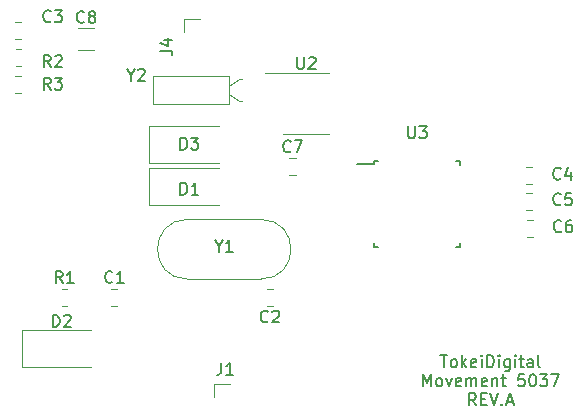
<source format=gbr>
%TF.GenerationSoftware,KiCad,Pcbnew,7.0.7*%
%TF.CreationDate,2024-12-30T17:22:27+01:00*%
%TF.ProjectId,Movement5037,4d6f7665-6d65-46e7-9435-3033372e6b69,rev?*%
%TF.SameCoordinates,Original*%
%TF.FileFunction,Legend,Top*%
%TF.FilePolarity,Positive*%
%FSLAX46Y46*%
G04 Gerber Fmt 4.6, Leading zero omitted, Abs format (unit mm)*
G04 Created by KiCad (PCBNEW 7.0.7) date 2024-12-30 17:22:27*
%MOMM*%
%LPD*%
G01*
G04 APERTURE LIST*
%ADD10C,0.150000*%
%ADD11C,0.120000*%
G04 APERTURE END LIST*
D10*
X105235905Y-92804819D02*
X105807333Y-92804819D01*
X105521619Y-93804819D02*
X105521619Y-92804819D01*
X106283524Y-93804819D02*
X106188286Y-93757200D01*
X106188286Y-93757200D02*
X106140667Y-93709580D01*
X106140667Y-93709580D02*
X106093048Y-93614342D01*
X106093048Y-93614342D02*
X106093048Y-93328628D01*
X106093048Y-93328628D02*
X106140667Y-93233390D01*
X106140667Y-93233390D02*
X106188286Y-93185771D01*
X106188286Y-93185771D02*
X106283524Y-93138152D01*
X106283524Y-93138152D02*
X106426381Y-93138152D01*
X106426381Y-93138152D02*
X106521619Y-93185771D01*
X106521619Y-93185771D02*
X106569238Y-93233390D01*
X106569238Y-93233390D02*
X106616857Y-93328628D01*
X106616857Y-93328628D02*
X106616857Y-93614342D01*
X106616857Y-93614342D02*
X106569238Y-93709580D01*
X106569238Y-93709580D02*
X106521619Y-93757200D01*
X106521619Y-93757200D02*
X106426381Y-93804819D01*
X106426381Y-93804819D02*
X106283524Y-93804819D01*
X107045429Y-93804819D02*
X107045429Y-92804819D01*
X107140667Y-93423866D02*
X107426381Y-93804819D01*
X107426381Y-93138152D02*
X107045429Y-93519104D01*
X108235905Y-93757200D02*
X108140667Y-93804819D01*
X108140667Y-93804819D02*
X107950191Y-93804819D01*
X107950191Y-93804819D02*
X107854953Y-93757200D01*
X107854953Y-93757200D02*
X107807334Y-93661961D01*
X107807334Y-93661961D02*
X107807334Y-93281009D01*
X107807334Y-93281009D02*
X107854953Y-93185771D01*
X107854953Y-93185771D02*
X107950191Y-93138152D01*
X107950191Y-93138152D02*
X108140667Y-93138152D01*
X108140667Y-93138152D02*
X108235905Y-93185771D01*
X108235905Y-93185771D02*
X108283524Y-93281009D01*
X108283524Y-93281009D02*
X108283524Y-93376247D01*
X108283524Y-93376247D02*
X107807334Y-93471485D01*
X108712096Y-93804819D02*
X108712096Y-93138152D01*
X108712096Y-92804819D02*
X108664477Y-92852438D01*
X108664477Y-92852438D02*
X108712096Y-92900057D01*
X108712096Y-92900057D02*
X108759715Y-92852438D01*
X108759715Y-92852438D02*
X108712096Y-92804819D01*
X108712096Y-92804819D02*
X108712096Y-92900057D01*
X109188286Y-93804819D02*
X109188286Y-92804819D01*
X109188286Y-92804819D02*
X109426381Y-92804819D01*
X109426381Y-92804819D02*
X109569238Y-92852438D01*
X109569238Y-92852438D02*
X109664476Y-92947676D01*
X109664476Y-92947676D02*
X109712095Y-93042914D01*
X109712095Y-93042914D02*
X109759714Y-93233390D01*
X109759714Y-93233390D02*
X109759714Y-93376247D01*
X109759714Y-93376247D02*
X109712095Y-93566723D01*
X109712095Y-93566723D02*
X109664476Y-93661961D01*
X109664476Y-93661961D02*
X109569238Y-93757200D01*
X109569238Y-93757200D02*
X109426381Y-93804819D01*
X109426381Y-93804819D02*
X109188286Y-93804819D01*
X110188286Y-93804819D02*
X110188286Y-93138152D01*
X110188286Y-92804819D02*
X110140667Y-92852438D01*
X110140667Y-92852438D02*
X110188286Y-92900057D01*
X110188286Y-92900057D02*
X110235905Y-92852438D01*
X110235905Y-92852438D02*
X110188286Y-92804819D01*
X110188286Y-92804819D02*
X110188286Y-92900057D01*
X111093047Y-93138152D02*
X111093047Y-93947676D01*
X111093047Y-93947676D02*
X111045428Y-94042914D01*
X111045428Y-94042914D02*
X110997809Y-94090533D01*
X110997809Y-94090533D02*
X110902571Y-94138152D01*
X110902571Y-94138152D02*
X110759714Y-94138152D01*
X110759714Y-94138152D02*
X110664476Y-94090533D01*
X111093047Y-93757200D02*
X110997809Y-93804819D01*
X110997809Y-93804819D02*
X110807333Y-93804819D01*
X110807333Y-93804819D02*
X110712095Y-93757200D01*
X110712095Y-93757200D02*
X110664476Y-93709580D01*
X110664476Y-93709580D02*
X110616857Y-93614342D01*
X110616857Y-93614342D02*
X110616857Y-93328628D01*
X110616857Y-93328628D02*
X110664476Y-93233390D01*
X110664476Y-93233390D02*
X110712095Y-93185771D01*
X110712095Y-93185771D02*
X110807333Y-93138152D01*
X110807333Y-93138152D02*
X110997809Y-93138152D01*
X110997809Y-93138152D02*
X111093047Y-93185771D01*
X111569238Y-93804819D02*
X111569238Y-93138152D01*
X111569238Y-92804819D02*
X111521619Y-92852438D01*
X111521619Y-92852438D02*
X111569238Y-92900057D01*
X111569238Y-92900057D02*
X111616857Y-92852438D01*
X111616857Y-92852438D02*
X111569238Y-92804819D01*
X111569238Y-92804819D02*
X111569238Y-92900057D01*
X111902571Y-93138152D02*
X112283523Y-93138152D01*
X112045428Y-92804819D02*
X112045428Y-93661961D01*
X112045428Y-93661961D02*
X112093047Y-93757200D01*
X112093047Y-93757200D02*
X112188285Y-93804819D01*
X112188285Y-93804819D02*
X112283523Y-93804819D01*
X113045428Y-93804819D02*
X113045428Y-93281009D01*
X113045428Y-93281009D02*
X112997809Y-93185771D01*
X112997809Y-93185771D02*
X112902571Y-93138152D01*
X112902571Y-93138152D02*
X112712095Y-93138152D01*
X112712095Y-93138152D02*
X112616857Y-93185771D01*
X113045428Y-93757200D02*
X112950190Y-93804819D01*
X112950190Y-93804819D02*
X112712095Y-93804819D01*
X112712095Y-93804819D02*
X112616857Y-93757200D01*
X112616857Y-93757200D02*
X112569238Y-93661961D01*
X112569238Y-93661961D02*
X112569238Y-93566723D01*
X112569238Y-93566723D02*
X112616857Y-93471485D01*
X112616857Y-93471485D02*
X112712095Y-93423866D01*
X112712095Y-93423866D02*
X112950190Y-93423866D01*
X112950190Y-93423866D02*
X113045428Y-93376247D01*
X113664476Y-93804819D02*
X113569238Y-93757200D01*
X113569238Y-93757200D02*
X113521619Y-93661961D01*
X113521619Y-93661961D02*
X113521619Y-92804819D01*
X103759714Y-95414819D02*
X103759714Y-94414819D01*
X103759714Y-94414819D02*
X104093047Y-95129104D01*
X104093047Y-95129104D02*
X104426380Y-94414819D01*
X104426380Y-94414819D02*
X104426380Y-95414819D01*
X105045428Y-95414819D02*
X104950190Y-95367200D01*
X104950190Y-95367200D02*
X104902571Y-95319580D01*
X104902571Y-95319580D02*
X104854952Y-95224342D01*
X104854952Y-95224342D02*
X104854952Y-94938628D01*
X104854952Y-94938628D02*
X104902571Y-94843390D01*
X104902571Y-94843390D02*
X104950190Y-94795771D01*
X104950190Y-94795771D02*
X105045428Y-94748152D01*
X105045428Y-94748152D02*
X105188285Y-94748152D01*
X105188285Y-94748152D02*
X105283523Y-94795771D01*
X105283523Y-94795771D02*
X105331142Y-94843390D01*
X105331142Y-94843390D02*
X105378761Y-94938628D01*
X105378761Y-94938628D02*
X105378761Y-95224342D01*
X105378761Y-95224342D02*
X105331142Y-95319580D01*
X105331142Y-95319580D02*
X105283523Y-95367200D01*
X105283523Y-95367200D02*
X105188285Y-95414819D01*
X105188285Y-95414819D02*
X105045428Y-95414819D01*
X105712095Y-94748152D02*
X105950190Y-95414819D01*
X105950190Y-95414819D02*
X106188285Y-94748152D01*
X106950190Y-95367200D02*
X106854952Y-95414819D01*
X106854952Y-95414819D02*
X106664476Y-95414819D01*
X106664476Y-95414819D02*
X106569238Y-95367200D01*
X106569238Y-95367200D02*
X106521619Y-95271961D01*
X106521619Y-95271961D02*
X106521619Y-94891009D01*
X106521619Y-94891009D02*
X106569238Y-94795771D01*
X106569238Y-94795771D02*
X106664476Y-94748152D01*
X106664476Y-94748152D02*
X106854952Y-94748152D01*
X106854952Y-94748152D02*
X106950190Y-94795771D01*
X106950190Y-94795771D02*
X106997809Y-94891009D01*
X106997809Y-94891009D02*
X106997809Y-94986247D01*
X106997809Y-94986247D02*
X106521619Y-95081485D01*
X107426381Y-95414819D02*
X107426381Y-94748152D01*
X107426381Y-94843390D02*
X107474000Y-94795771D01*
X107474000Y-94795771D02*
X107569238Y-94748152D01*
X107569238Y-94748152D02*
X107712095Y-94748152D01*
X107712095Y-94748152D02*
X107807333Y-94795771D01*
X107807333Y-94795771D02*
X107854952Y-94891009D01*
X107854952Y-94891009D02*
X107854952Y-95414819D01*
X107854952Y-94891009D02*
X107902571Y-94795771D01*
X107902571Y-94795771D02*
X107997809Y-94748152D01*
X107997809Y-94748152D02*
X108140666Y-94748152D01*
X108140666Y-94748152D02*
X108235905Y-94795771D01*
X108235905Y-94795771D02*
X108283524Y-94891009D01*
X108283524Y-94891009D02*
X108283524Y-95414819D01*
X109140666Y-95367200D02*
X109045428Y-95414819D01*
X109045428Y-95414819D02*
X108854952Y-95414819D01*
X108854952Y-95414819D02*
X108759714Y-95367200D01*
X108759714Y-95367200D02*
X108712095Y-95271961D01*
X108712095Y-95271961D02*
X108712095Y-94891009D01*
X108712095Y-94891009D02*
X108759714Y-94795771D01*
X108759714Y-94795771D02*
X108854952Y-94748152D01*
X108854952Y-94748152D02*
X109045428Y-94748152D01*
X109045428Y-94748152D02*
X109140666Y-94795771D01*
X109140666Y-94795771D02*
X109188285Y-94891009D01*
X109188285Y-94891009D02*
X109188285Y-94986247D01*
X109188285Y-94986247D02*
X108712095Y-95081485D01*
X109616857Y-94748152D02*
X109616857Y-95414819D01*
X109616857Y-94843390D02*
X109664476Y-94795771D01*
X109664476Y-94795771D02*
X109759714Y-94748152D01*
X109759714Y-94748152D02*
X109902571Y-94748152D01*
X109902571Y-94748152D02*
X109997809Y-94795771D01*
X109997809Y-94795771D02*
X110045428Y-94891009D01*
X110045428Y-94891009D02*
X110045428Y-95414819D01*
X110378762Y-94748152D02*
X110759714Y-94748152D01*
X110521619Y-94414819D02*
X110521619Y-95271961D01*
X110521619Y-95271961D02*
X110569238Y-95367200D01*
X110569238Y-95367200D02*
X110664476Y-95414819D01*
X110664476Y-95414819D02*
X110759714Y-95414819D01*
X112331143Y-94414819D02*
X111854953Y-94414819D01*
X111854953Y-94414819D02*
X111807334Y-94891009D01*
X111807334Y-94891009D02*
X111854953Y-94843390D01*
X111854953Y-94843390D02*
X111950191Y-94795771D01*
X111950191Y-94795771D02*
X112188286Y-94795771D01*
X112188286Y-94795771D02*
X112283524Y-94843390D01*
X112283524Y-94843390D02*
X112331143Y-94891009D01*
X112331143Y-94891009D02*
X112378762Y-94986247D01*
X112378762Y-94986247D02*
X112378762Y-95224342D01*
X112378762Y-95224342D02*
X112331143Y-95319580D01*
X112331143Y-95319580D02*
X112283524Y-95367200D01*
X112283524Y-95367200D02*
X112188286Y-95414819D01*
X112188286Y-95414819D02*
X111950191Y-95414819D01*
X111950191Y-95414819D02*
X111854953Y-95367200D01*
X111854953Y-95367200D02*
X111807334Y-95319580D01*
X112997810Y-94414819D02*
X113093048Y-94414819D01*
X113093048Y-94414819D02*
X113188286Y-94462438D01*
X113188286Y-94462438D02*
X113235905Y-94510057D01*
X113235905Y-94510057D02*
X113283524Y-94605295D01*
X113283524Y-94605295D02*
X113331143Y-94795771D01*
X113331143Y-94795771D02*
X113331143Y-95033866D01*
X113331143Y-95033866D02*
X113283524Y-95224342D01*
X113283524Y-95224342D02*
X113235905Y-95319580D01*
X113235905Y-95319580D02*
X113188286Y-95367200D01*
X113188286Y-95367200D02*
X113093048Y-95414819D01*
X113093048Y-95414819D02*
X112997810Y-95414819D01*
X112997810Y-95414819D02*
X112902572Y-95367200D01*
X112902572Y-95367200D02*
X112854953Y-95319580D01*
X112854953Y-95319580D02*
X112807334Y-95224342D01*
X112807334Y-95224342D02*
X112759715Y-95033866D01*
X112759715Y-95033866D02*
X112759715Y-94795771D01*
X112759715Y-94795771D02*
X112807334Y-94605295D01*
X112807334Y-94605295D02*
X112854953Y-94510057D01*
X112854953Y-94510057D02*
X112902572Y-94462438D01*
X112902572Y-94462438D02*
X112997810Y-94414819D01*
X113664477Y-94414819D02*
X114283524Y-94414819D01*
X114283524Y-94414819D02*
X113950191Y-94795771D01*
X113950191Y-94795771D02*
X114093048Y-94795771D01*
X114093048Y-94795771D02*
X114188286Y-94843390D01*
X114188286Y-94843390D02*
X114235905Y-94891009D01*
X114235905Y-94891009D02*
X114283524Y-94986247D01*
X114283524Y-94986247D02*
X114283524Y-95224342D01*
X114283524Y-95224342D02*
X114235905Y-95319580D01*
X114235905Y-95319580D02*
X114188286Y-95367200D01*
X114188286Y-95367200D02*
X114093048Y-95414819D01*
X114093048Y-95414819D02*
X113807334Y-95414819D01*
X113807334Y-95414819D02*
X113712096Y-95367200D01*
X113712096Y-95367200D02*
X113664477Y-95319580D01*
X114616858Y-94414819D02*
X115283524Y-94414819D01*
X115283524Y-94414819D02*
X114854953Y-95414819D01*
X108235904Y-97024819D02*
X107902571Y-96548628D01*
X107664476Y-97024819D02*
X107664476Y-96024819D01*
X107664476Y-96024819D02*
X108045428Y-96024819D01*
X108045428Y-96024819D02*
X108140666Y-96072438D01*
X108140666Y-96072438D02*
X108188285Y-96120057D01*
X108188285Y-96120057D02*
X108235904Y-96215295D01*
X108235904Y-96215295D02*
X108235904Y-96358152D01*
X108235904Y-96358152D02*
X108188285Y-96453390D01*
X108188285Y-96453390D02*
X108140666Y-96501009D01*
X108140666Y-96501009D02*
X108045428Y-96548628D01*
X108045428Y-96548628D02*
X107664476Y-96548628D01*
X108664476Y-96501009D02*
X108997809Y-96501009D01*
X109140666Y-97024819D02*
X108664476Y-97024819D01*
X108664476Y-97024819D02*
X108664476Y-96024819D01*
X108664476Y-96024819D02*
X109140666Y-96024819D01*
X109426381Y-96024819D02*
X109759714Y-97024819D01*
X109759714Y-97024819D02*
X110093047Y-96024819D01*
X110426381Y-96929580D02*
X110474000Y-96977200D01*
X110474000Y-96977200D02*
X110426381Y-97024819D01*
X110426381Y-97024819D02*
X110378762Y-96977200D01*
X110378762Y-96977200D02*
X110426381Y-96929580D01*
X110426381Y-96929580D02*
X110426381Y-97024819D01*
X110854952Y-96739104D02*
X111331142Y-96739104D01*
X110759714Y-97024819D02*
X111093047Y-96024819D01*
X111093047Y-96024819D02*
X111426380Y-97024819D01*
X83208905Y-75384819D02*
X83208905Y-74384819D01*
X83208905Y-74384819D02*
X83447000Y-74384819D01*
X83447000Y-74384819D02*
X83589857Y-74432438D01*
X83589857Y-74432438D02*
X83685095Y-74527676D01*
X83685095Y-74527676D02*
X83732714Y-74622914D01*
X83732714Y-74622914D02*
X83780333Y-74813390D01*
X83780333Y-74813390D02*
X83780333Y-74956247D01*
X83780333Y-74956247D02*
X83732714Y-75146723D01*
X83732714Y-75146723D02*
X83685095Y-75241961D01*
X83685095Y-75241961D02*
X83589857Y-75337200D01*
X83589857Y-75337200D02*
X83447000Y-75384819D01*
X83447000Y-75384819D02*
X83208905Y-75384819D01*
X84113667Y-74384819D02*
X84732714Y-74384819D01*
X84732714Y-74384819D02*
X84399381Y-74765771D01*
X84399381Y-74765771D02*
X84542238Y-74765771D01*
X84542238Y-74765771D02*
X84637476Y-74813390D01*
X84637476Y-74813390D02*
X84685095Y-74861009D01*
X84685095Y-74861009D02*
X84732714Y-74956247D01*
X84732714Y-74956247D02*
X84732714Y-75194342D01*
X84732714Y-75194342D02*
X84685095Y-75289580D01*
X84685095Y-75289580D02*
X84637476Y-75337200D01*
X84637476Y-75337200D02*
X84542238Y-75384819D01*
X84542238Y-75384819D02*
X84256524Y-75384819D01*
X84256524Y-75384819D02*
X84161286Y-75337200D01*
X84161286Y-75337200D02*
X84113667Y-75289580D01*
X86661666Y-93434819D02*
X86661666Y-94149104D01*
X86661666Y-94149104D02*
X86614047Y-94291961D01*
X86614047Y-94291961D02*
X86518809Y-94387200D01*
X86518809Y-94387200D02*
X86375952Y-94434819D01*
X86375952Y-94434819D02*
X86280714Y-94434819D01*
X87661666Y-94434819D02*
X87090238Y-94434819D01*
X87375952Y-94434819D02*
X87375952Y-93434819D01*
X87375952Y-93434819D02*
X87280714Y-93577676D01*
X87280714Y-93577676D02*
X87185476Y-93672914D01*
X87185476Y-93672914D02*
X87090238Y-93720533D01*
X75055833Y-64549580D02*
X75008214Y-64597200D01*
X75008214Y-64597200D02*
X74865357Y-64644819D01*
X74865357Y-64644819D02*
X74770119Y-64644819D01*
X74770119Y-64644819D02*
X74627262Y-64597200D01*
X74627262Y-64597200D02*
X74532024Y-64501961D01*
X74532024Y-64501961D02*
X74484405Y-64406723D01*
X74484405Y-64406723D02*
X74436786Y-64216247D01*
X74436786Y-64216247D02*
X74436786Y-64073390D01*
X74436786Y-64073390D02*
X74484405Y-63882914D01*
X74484405Y-63882914D02*
X74532024Y-63787676D01*
X74532024Y-63787676D02*
X74627262Y-63692438D01*
X74627262Y-63692438D02*
X74770119Y-63644819D01*
X74770119Y-63644819D02*
X74865357Y-63644819D01*
X74865357Y-63644819D02*
X75008214Y-63692438D01*
X75008214Y-63692438D02*
X75055833Y-63740057D01*
X75627262Y-64073390D02*
X75532024Y-64025771D01*
X75532024Y-64025771D02*
X75484405Y-63978152D01*
X75484405Y-63978152D02*
X75436786Y-63882914D01*
X75436786Y-63882914D02*
X75436786Y-63835295D01*
X75436786Y-63835295D02*
X75484405Y-63740057D01*
X75484405Y-63740057D02*
X75532024Y-63692438D01*
X75532024Y-63692438D02*
X75627262Y-63644819D01*
X75627262Y-63644819D02*
X75817738Y-63644819D01*
X75817738Y-63644819D02*
X75912976Y-63692438D01*
X75912976Y-63692438D02*
X75960595Y-63740057D01*
X75960595Y-63740057D02*
X76008214Y-63835295D01*
X76008214Y-63835295D02*
X76008214Y-63882914D01*
X76008214Y-63882914D02*
X75960595Y-63978152D01*
X75960595Y-63978152D02*
X75912976Y-64025771D01*
X75912976Y-64025771D02*
X75817738Y-64073390D01*
X75817738Y-64073390D02*
X75627262Y-64073390D01*
X75627262Y-64073390D02*
X75532024Y-64121009D01*
X75532024Y-64121009D02*
X75484405Y-64168628D01*
X75484405Y-64168628D02*
X75436786Y-64263866D01*
X75436786Y-64263866D02*
X75436786Y-64454342D01*
X75436786Y-64454342D02*
X75484405Y-64549580D01*
X75484405Y-64549580D02*
X75532024Y-64597200D01*
X75532024Y-64597200D02*
X75627262Y-64644819D01*
X75627262Y-64644819D02*
X75817738Y-64644819D01*
X75817738Y-64644819D02*
X75912976Y-64597200D01*
X75912976Y-64597200D02*
X75960595Y-64549580D01*
X75960595Y-64549580D02*
X76008214Y-64454342D01*
X76008214Y-64454342D02*
X76008214Y-64263866D01*
X76008214Y-64263866D02*
X75960595Y-64168628D01*
X75960595Y-64168628D02*
X75912976Y-64121009D01*
X75912976Y-64121009D02*
X75817738Y-64073390D01*
X79025809Y-69066628D02*
X79025809Y-69542819D01*
X78692476Y-68542819D02*
X79025809Y-69066628D01*
X79025809Y-69066628D02*
X79359142Y-68542819D01*
X79644857Y-68638057D02*
X79692476Y-68590438D01*
X79692476Y-68590438D02*
X79787714Y-68542819D01*
X79787714Y-68542819D02*
X80025809Y-68542819D01*
X80025809Y-68542819D02*
X80121047Y-68590438D01*
X80121047Y-68590438D02*
X80168666Y-68638057D01*
X80168666Y-68638057D02*
X80216285Y-68733295D01*
X80216285Y-68733295D02*
X80216285Y-68828533D01*
X80216285Y-68828533D02*
X80168666Y-68971390D01*
X80168666Y-68971390D02*
X79597238Y-69542819D01*
X79597238Y-69542819D02*
X80216285Y-69542819D01*
X90616833Y-89923580D02*
X90569214Y-89971200D01*
X90569214Y-89971200D02*
X90426357Y-90018819D01*
X90426357Y-90018819D02*
X90331119Y-90018819D01*
X90331119Y-90018819D02*
X90188262Y-89971200D01*
X90188262Y-89971200D02*
X90093024Y-89875961D01*
X90093024Y-89875961D02*
X90045405Y-89780723D01*
X90045405Y-89780723D02*
X89997786Y-89590247D01*
X89997786Y-89590247D02*
X89997786Y-89447390D01*
X89997786Y-89447390D02*
X90045405Y-89256914D01*
X90045405Y-89256914D02*
X90093024Y-89161676D01*
X90093024Y-89161676D02*
X90188262Y-89066438D01*
X90188262Y-89066438D02*
X90331119Y-89018819D01*
X90331119Y-89018819D02*
X90426357Y-89018819D01*
X90426357Y-89018819D02*
X90569214Y-89066438D01*
X90569214Y-89066438D02*
X90616833Y-89114057D01*
X90997786Y-89114057D02*
X91045405Y-89066438D01*
X91045405Y-89066438D02*
X91140643Y-89018819D01*
X91140643Y-89018819D02*
X91378738Y-89018819D01*
X91378738Y-89018819D02*
X91473976Y-89066438D01*
X91473976Y-89066438D02*
X91521595Y-89114057D01*
X91521595Y-89114057D02*
X91569214Y-89209295D01*
X91569214Y-89209295D02*
X91569214Y-89304533D01*
X91569214Y-89304533D02*
X91521595Y-89447390D01*
X91521595Y-89447390D02*
X90950167Y-90018819D01*
X90950167Y-90018819D02*
X91569214Y-90018819D01*
X77451833Y-86563580D02*
X77404214Y-86611200D01*
X77404214Y-86611200D02*
X77261357Y-86658819D01*
X77261357Y-86658819D02*
X77166119Y-86658819D01*
X77166119Y-86658819D02*
X77023262Y-86611200D01*
X77023262Y-86611200D02*
X76928024Y-86515961D01*
X76928024Y-86515961D02*
X76880405Y-86420723D01*
X76880405Y-86420723D02*
X76832786Y-86230247D01*
X76832786Y-86230247D02*
X76832786Y-86087390D01*
X76832786Y-86087390D02*
X76880405Y-85896914D01*
X76880405Y-85896914D02*
X76928024Y-85801676D01*
X76928024Y-85801676D02*
X77023262Y-85706438D01*
X77023262Y-85706438D02*
X77166119Y-85658819D01*
X77166119Y-85658819D02*
X77261357Y-85658819D01*
X77261357Y-85658819D02*
X77404214Y-85706438D01*
X77404214Y-85706438D02*
X77451833Y-85754057D01*
X78404214Y-86658819D02*
X77832786Y-86658819D01*
X78118500Y-86658819D02*
X78118500Y-85658819D01*
X78118500Y-85658819D02*
X78023262Y-85801676D01*
X78023262Y-85801676D02*
X77928024Y-85896914D01*
X77928024Y-85896914D02*
X77832786Y-85944533D01*
X72223333Y-64494580D02*
X72175714Y-64542200D01*
X72175714Y-64542200D02*
X72032857Y-64589819D01*
X72032857Y-64589819D02*
X71937619Y-64589819D01*
X71937619Y-64589819D02*
X71794762Y-64542200D01*
X71794762Y-64542200D02*
X71699524Y-64446961D01*
X71699524Y-64446961D02*
X71651905Y-64351723D01*
X71651905Y-64351723D02*
X71604286Y-64161247D01*
X71604286Y-64161247D02*
X71604286Y-64018390D01*
X71604286Y-64018390D02*
X71651905Y-63827914D01*
X71651905Y-63827914D02*
X71699524Y-63732676D01*
X71699524Y-63732676D02*
X71794762Y-63637438D01*
X71794762Y-63637438D02*
X71937619Y-63589819D01*
X71937619Y-63589819D02*
X72032857Y-63589819D01*
X72032857Y-63589819D02*
X72175714Y-63637438D01*
X72175714Y-63637438D02*
X72223333Y-63685057D01*
X72556667Y-63589819D02*
X73175714Y-63589819D01*
X73175714Y-63589819D02*
X72842381Y-63970771D01*
X72842381Y-63970771D02*
X72985238Y-63970771D01*
X72985238Y-63970771D02*
X73080476Y-64018390D01*
X73080476Y-64018390D02*
X73128095Y-64066009D01*
X73128095Y-64066009D02*
X73175714Y-64161247D01*
X73175714Y-64161247D02*
X73175714Y-64399342D01*
X73175714Y-64399342D02*
X73128095Y-64494580D01*
X73128095Y-64494580D02*
X73080476Y-64542200D01*
X73080476Y-64542200D02*
X72985238Y-64589819D01*
X72985238Y-64589819D02*
X72699524Y-64589819D01*
X72699524Y-64589819D02*
X72604286Y-64542200D01*
X72604286Y-64542200D02*
X72556667Y-64494580D01*
X115403333Y-79988580D02*
X115355714Y-80036200D01*
X115355714Y-80036200D02*
X115212857Y-80083819D01*
X115212857Y-80083819D02*
X115117619Y-80083819D01*
X115117619Y-80083819D02*
X114974762Y-80036200D01*
X114974762Y-80036200D02*
X114879524Y-79940961D01*
X114879524Y-79940961D02*
X114831905Y-79845723D01*
X114831905Y-79845723D02*
X114784286Y-79655247D01*
X114784286Y-79655247D02*
X114784286Y-79512390D01*
X114784286Y-79512390D02*
X114831905Y-79321914D01*
X114831905Y-79321914D02*
X114879524Y-79226676D01*
X114879524Y-79226676D02*
X114974762Y-79131438D01*
X114974762Y-79131438D02*
X115117619Y-79083819D01*
X115117619Y-79083819D02*
X115212857Y-79083819D01*
X115212857Y-79083819D02*
X115355714Y-79131438D01*
X115355714Y-79131438D02*
X115403333Y-79179057D01*
X116308095Y-79083819D02*
X115831905Y-79083819D01*
X115831905Y-79083819D02*
X115784286Y-79560009D01*
X115784286Y-79560009D02*
X115831905Y-79512390D01*
X115831905Y-79512390D02*
X115927143Y-79464771D01*
X115927143Y-79464771D02*
X116165238Y-79464771D01*
X116165238Y-79464771D02*
X116260476Y-79512390D01*
X116260476Y-79512390D02*
X116308095Y-79560009D01*
X116308095Y-79560009D02*
X116355714Y-79655247D01*
X116355714Y-79655247D02*
X116355714Y-79893342D01*
X116355714Y-79893342D02*
X116308095Y-79988580D01*
X116308095Y-79988580D02*
X116260476Y-80036200D01*
X116260476Y-80036200D02*
X116165238Y-80083819D01*
X116165238Y-80083819D02*
X115927143Y-80083819D01*
X115927143Y-80083819D02*
X115831905Y-80036200D01*
X115831905Y-80036200D02*
X115784286Y-79988580D01*
X86450309Y-83544628D02*
X86450309Y-84020819D01*
X86116976Y-83020819D02*
X86450309Y-83544628D01*
X86450309Y-83544628D02*
X86783642Y-83020819D01*
X87640785Y-84020819D02*
X87069357Y-84020819D01*
X87355071Y-84020819D02*
X87355071Y-83020819D01*
X87355071Y-83020819D02*
X87259833Y-83163676D01*
X87259833Y-83163676D02*
X87164595Y-83258914D01*
X87164595Y-83258914D02*
X87069357Y-83306533D01*
X83208905Y-79194819D02*
X83208905Y-78194819D01*
X83208905Y-78194819D02*
X83447000Y-78194819D01*
X83447000Y-78194819D02*
X83589857Y-78242438D01*
X83589857Y-78242438D02*
X83685095Y-78337676D01*
X83685095Y-78337676D02*
X83732714Y-78432914D01*
X83732714Y-78432914D02*
X83780333Y-78623390D01*
X83780333Y-78623390D02*
X83780333Y-78766247D01*
X83780333Y-78766247D02*
X83732714Y-78956723D01*
X83732714Y-78956723D02*
X83685095Y-79051961D01*
X83685095Y-79051961D02*
X83589857Y-79147200D01*
X83589857Y-79147200D02*
X83447000Y-79194819D01*
X83447000Y-79194819D02*
X83208905Y-79194819D01*
X84732714Y-79194819D02*
X84161286Y-79194819D01*
X84447000Y-79194819D02*
X84447000Y-78194819D01*
X84447000Y-78194819D02*
X84351762Y-78337676D01*
X84351762Y-78337676D02*
X84256524Y-78432914D01*
X84256524Y-78432914D02*
X84161286Y-78480533D01*
X92543333Y-75514580D02*
X92495714Y-75562200D01*
X92495714Y-75562200D02*
X92352857Y-75609819D01*
X92352857Y-75609819D02*
X92257619Y-75609819D01*
X92257619Y-75609819D02*
X92114762Y-75562200D01*
X92114762Y-75562200D02*
X92019524Y-75466961D01*
X92019524Y-75466961D02*
X91971905Y-75371723D01*
X91971905Y-75371723D02*
X91924286Y-75181247D01*
X91924286Y-75181247D02*
X91924286Y-75038390D01*
X91924286Y-75038390D02*
X91971905Y-74847914D01*
X91971905Y-74847914D02*
X92019524Y-74752676D01*
X92019524Y-74752676D02*
X92114762Y-74657438D01*
X92114762Y-74657438D02*
X92257619Y-74609819D01*
X92257619Y-74609819D02*
X92352857Y-74609819D01*
X92352857Y-74609819D02*
X92495714Y-74657438D01*
X92495714Y-74657438D02*
X92543333Y-74705057D01*
X92876667Y-74609819D02*
X93543333Y-74609819D01*
X93543333Y-74609819D02*
X93114762Y-75609819D01*
X93091095Y-67555819D02*
X93091095Y-68365342D01*
X93091095Y-68365342D02*
X93138714Y-68460580D01*
X93138714Y-68460580D02*
X93186333Y-68508200D01*
X93186333Y-68508200D02*
X93281571Y-68555819D01*
X93281571Y-68555819D02*
X93472047Y-68555819D01*
X93472047Y-68555819D02*
X93567285Y-68508200D01*
X93567285Y-68508200D02*
X93614904Y-68460580D01*
X93614904Y-68460580D02*
X93662523Y-68365342D01*
X93662523Y-68365342D02*
X93662523Y-67555819D01*
X94091095Y-67651057D02*
X94138714Y-67603438D01*
X94138714Y-67603438D02*
X94233952Y-67555819D01*
X94233952Y-67555819D02*
X94472047Y-67555819D01*
X94472047Y-67555819D02*
X94567285Y-67603438D01*
X94567285Y-67603438D02*
X94614904Y-67651057D01*
X94614904Y-67651057D02*
X94662523Y-67746295D01*
X94662523Y-67746295D02*
X94662523Y-67841533D01*
X94662523Y-67841533D02*
X94614904Y-67984390D01*
X94614904Y-67984390D02*
X94043476Y-68555819D01*
X94043476Y-68555819D02*
X94662523Y-68555819D01*
X72223333Y-68399819D02*
X71890000Y-67923628D01*
X71651905Y-68399819D02*
X71651905Y-67399819D01*
X71651905Y-67399819D02*
X72032857Y-67399819D01*
X72032857Y-67399819D02*
X72128095Y-67447438D01*
X72128095Y-67447438D02*
X72175714Y-67495057D01*
X72175714Y-67495057D02*
X72223333Y-67590295D01*
X72223333Y-67590295D02*
X72223333Y-67733152D01*
X72223333Y-67733152D02*
X72175714Y-67828390D01*
X72175714Y-67828390D02*
X72128095Y-67876009D01*
X72128095Y-67876009D02*
X72032857Y-67923628D01*
X72032857Y-67923628D02*
X71651905Y-67923628D01*
X72604286Y-67495057D02*
X72651905Y-67447438D01*
X72651905Y-67447438D02*
X72747143Y-67399819D01*
X72747143Y-67399819D02*
X72985238Y-67399819D01*
X72985238Y-67399819D02*
X73080476Y-67447438D01*
X73080476Y-67447438D02*
X73128095Y-67495057D01*
X73128095Y-67495057D02*
X73175714Y-67590295D01*
X73175714Y-67590295D02*
X73175714Y-67685533D01*
X73175714Y-67685533D02*
X73128095Y-67828390D01*
X73128095Y-67828390D02*
X72556667Y-68399819D01*
X72556667Y-68399819D02*
X73175714Y-68399819D01*
X102489095Y-73414819D02*
X102489095Y-74224342D01*
X102489095Y-74224342D02*
X102536714Y-74319580D01*
X102536714Y-74319580D02*
X102584333Y-74367200D01*
X102584333Y-74367200D02*
X102679571Y-74414819D01*
X102679571Y-74414819D02*
X102870047Y-74414819D01*
X102870047Y-74414819D02*
X102965285Y-74367200D01*
X102965285Y-74367200D02*
X103012904Y-74319580D01*
X103012904Y-74319580D02*
X103060523Y-74224342D01*
X103060523Y-74224342D02*
X103060523Y-73414819D01*
X103441476Y-73414819D02*
X104060523Y-73414819D01*
X104060523Y-73414819D02*
X103727190Y-73795771D01*
X103727190Y-73795771D02*
X103870047Y-73795771D01*
X103870047Y-73795771D02*
X103965285Y-73843390D01*
X103965285Y-73843390D02*
X104012904Y-73891009D01*
X104012904Y-73891009D02*
X104060523Y-73986247D01*
X104060523Y-73986247D02*
X104060523Y-74224342D01*
X104060523Y-74224342D02*
X104012904Y-74319580D01*
X104012904Y-74319580D02*
X103965285Y-74367200D01*
X103965285Y-74367200D02*
X103870047Y-74414819D01*
X103870047Y-74414819D02*
X103584333Y-74414819D01*
X103584333Y-74414819D02*
X103489095Y-74367200D01*
X103489095Y-74367200D02*
X103441476Y-74319580D01*
X72413905Y-90376819D02*
X72413905Y-89376819D01*
X72413905Y-89376819D02*
X72652000Y-89376819D01*
X72652000Y-89376819D02*
X72794857Y-89424438D01*
X72794857Y-89424438D02*
X72890095Y-89519676D01*
X72890095Y-89519676D02*
X72937714Y-89614914D01*
X72937714Y-89614914D02*
X72985333Y-89805390D01*
X72985333Y-89805390D02*
X72985333Y-89948247D01*
X72985333Y-89948247D02*
X72937714Y-90138723D01*
X72937714Y-90138723D02*
X72890095Y-90233961D01*
X72890095Y-90233961D02*
X72794857Y-90329200D01*
X72794857Y-90329200D02*
X72652000Y-90376819D01*
X72652000Y-90376819D02*
X72413905Y-90376819D01*
X73366286Y-89472057D02*
X73413905Y-89424438D01*
X73413905Y-89424438D02*
X73509143Y-89376819D01*
X73509143Y-89376819D02*
X73747238Y-89376819D01*
X73747238Y-89376819D02*
X73842476Y-89424438D01*
X73842476Y-89424438D02*
X73890095Y-89472057D01*
X73890095Y-89472057D02*
X73937714Y-89567295D01*
X73937714Y-89567295D02*
X73937714Y-89662533D01*
X73937714Y-89662533D02*
X73890095Y-89805390D01*
X73890095Y-89805390D02*
X73318667Y-90376819D01*
X73318667Y-90376819D02*
X73937714Y-90376819D01*
X73239333Y-86688819D02*
X72906000Y-86212628D01*
X72667905Y-86688819D02*
X72667905Y-85688819D01*
X72667905Y-85688819D02*
X73048857Y-85688819D01*
X73048857Y-85688819D02*
X73144095Y-85736438D01*
X73144095Y-85736438D02*
X73191714Y-85784057D01*
X73191714Y-85784057D02*
X73239333Y-85879295D01*
X73239333Y-85879295D02*
X73239333Y-86022152D01*
X73239333Y-86022152D02*
X73191714Y-86117390D01*
X73191714Y-86117390D02*
X73144095Y-86165009D01*
X73144095Y-86165009D02*
X73048857Y-86212628D01*
X73048857Y-86212628D02*
X72667905Y-86212628D01*
X74191714Y-86688819D02*
X73620286Y-86688819D01*
X73906000Y-86688819D02*
X73906000Y-85688819D01*
X73906000Y-85688819D02*
X73810762Y-85831676D01*
X73810762Y-85831676D02*
X73715524Y-85926914D01*
X73715524Y-85926914D02*
X73620286Y-85974533D01*
X72223333Y-70304819D02*
X71890000Y-69828628D01*
X71651905Y-70304819D02*
X71651905Y-69304819D01*
X71651905Y-69304819D02*
X72032857Y-69304819D01*
X72032857Y-69304819D02*
X72128095Y-69352438D01*
X72128095Y-69352438D02*
X72175714Y-69400057D01*
X72175714Y-69400057D02*
X72223333Y-69495295D01*
X72223333Y-69495295D02*
X72223333Y-69638152D01*
X72223333Y-69638152D02*
X72175714Y-69733390D01*
X72175714Y-69733390D02*
X72128095Y-69781009D01*
X72128095Y-69781009D02*
X72032857Y-69828628D01*
X72032857Y-69828628D02*
X71651905Y-69828628D01*
X72556667Y-69304819D02*
X73175714Y-69304819D01*
X73175714Y-69304819D02*
X72842381Y-69685771D01*
X72842381Y-69685771D02*
X72985238Y-69685771D01*
X72985238Y-69685771D02*
X73080476Y-69733390D01*
X73080476Y-69733390D02*
X73128095Y-69781009D01*
X73128095Y-69781009D02*
X73175714Y-69876247D01*
X73175714Y-69876247D02*
X73175714Y-70114342D01*
X73175714Y-70114342D02*
X73128095Y-70209580D01*
X73128095Y-70209580D02*
X73080476Y-70257200D01*
X73080476Y-70257200D02*
X72985238Y-70304819D01*
X72985238Y-70304819D02*
X72699524Y-70304819D01*
X72699524Y-70304819D02*
X72604286Y-70257200D01*
X72604286Y-70257200D02*
X72556667Y-70209580D01*
X115446333Y-82274580D02*
X115398714Y-82322200D01*
X115398714Y-82322200D02*
X115255857Y-82369819D01*
X115255857Y-82369819D02*
X115160619Y-82369819D01*
X115160619Y-82369819D02*
X115017762Y-82322200D01*
X115017762Y-82322200D02*
X114922524Y-82226961D01*
X114922524Y-82226961D02*
X114874905Y-82131723D01*
X114874905Y-82131723D02*
X114827286Y-81941247D01*
X114827286Y-81941247D02*
X114827286Y-81798390D01*
X114827286Y-81798390D02*
X114874905Y-81607914D01*
X114874905Y-81607914D02*
X114922524Y-81512676D01*
X114922524Y-81512676D02*
X115017762Y-81417438D01*
X115017762Y-81417438D02*
X115160619Y-81369819D01*
X115160619Y-81369819D02*
X115255857Y-81369819D01*
X115255857Y-81369819D02*
X115398714Y-81417438D01*
X115398714Y-81417438D02*
X115446333Y-81465057D01*
X116303476Y-81369819D02*
X116113000Y-81369819D01*
X116113000Y-81369819D02*
X116017762Y-81417438D01*
X116017762Y-81417438D02*
X115970143Y-81465057D01*
X115970143Y-81465057D02*
X115874905Y-81607914D01*
X115874905Y-81607914D02*
X115827286Y-81798390D01*
X115827286Y-81798390D02*
X115827286Y-82179342D01*
X115827286Y-82179342D02*
X115874905Y-82274580D01*
X115874905Y-82274580D02*
X115922524Y-82322200D01*
X115922524Y-82322200D02*
X116017762Y-82369819D01*
X116017762Y-82369819D02*
X116208238Y-82369819D01*
X116208238Y-82369819D02*
X116303476Y-82322200D01*
X116303476Y-82322200D02*
X116351095Y-82274580D01*
X116351095Y-82274580D02*
X116398714Y-82179342D01*
X116398714Y-82179342D02*
X116398714Y-81941247D01*
X116398714Y-81941247D02*
X116351095Y-81846009D01*
X116351095Y-81846009D02*
X116303476Y-81798390D01*
X116303476Y-81798390D02*
X116208238Y-81750771D01*
X116208238Y-81750771D02*
X116017762Y-81750771D01*
X116017762Y-81750771D02*
X115922524Y-81798390D01*
X115922524Y-81798390D02*
X115874905Y-81846009D01*
X115874905Y-81846009D02*
X115827286Y-81941247D01*
X81520819Y-67008333D02*
X82235104Y-67008333D01*
X82235104Y-67008333D02*
X82377961Y-67055952D01*
X82377961Y-67055952D02*
X82473200Y-67151190D01*
X82473200Y-67151190D02*
X82520819Y-67294047D01*
X82520819Y-67294047D02*
X82520819Y-67389285D01*
X81854152Y-66103571D02*
X82520819Y-66103571D01*
X81473200Y-66341666D02*
X82187485Y-66579761D01*
X82187485Y-66579761D02*
X82187485Y-65960714D01*
X115403333Y-77829580D02*
X115355714Y-77877200D01*
X115355714Y-77877200D02*
X115212857Y-77924819D01*
X115212857Y-77924819D02*
X115117619Y-77924819D01*
X115117619Y-77924819D02*
X114974762Y-77877200D01*
X114974762Y-77877200D02*
X114879524Y-77781961D01*
X114879524Y-77781961D02*
X114831905Y-77686723D01*
X114831905Y-77686723D02*
X114784286Y-77496247D01*
X114784286Y-77496247D02*
X114784286Y-77353390D01*
X114784286Y-77353390D02*
X114831905Y-77162914D01*
X114831905Y-77162914D02*
X114879524Y-77067676D01*
X114879524Y-77067676D02*
X114974762Y-76972438D01*
X114974762Y-76972438D02*
X115117619Y-76924819D01*
X115117619Y-76924819D02*
X115212857Y-76924819D01*
X115212857Y-76924819D02*
X115355714Y-76972438D01*
X115355714Y-76972438D02*
X115403333Y-77020057D01*
X116260476Y-77258152D02*
X116260476Y-77924819D01*
X116022381Y-76877200D02*
X115784286Y-77591485D01*
X115784286Y-77591485D02*
X116403333Y-77591485D01*
D11*
%TO.C,D3*%
X80587000Y-73345000D02*
X80587000Y-76515000D01*
X80587000Y-76515000D02*
X86447000Y-76515000D01*
X86447000Y-73345000D02*
X80587000Y-73345000D01*
%TO.C,J1*%
X86046000Y-96354000D02*
X86046000Y-95244000D01*
X86046000Y-95244000D02*
X87376000Y-95244000D01*
%TO.C,C8*%
X74511248Y-65130000D02*
X75933752Y-65130000D01*
X74511248Y-66950000D02*
X75933752Y-66950000D01*
%TO.C,Y2*%
X87290000Y-69158000D02*
X80890000Y-69158000D01*
X80890000Y-69158000D02*
X80890000Y-71558000D01*
X88190000Y-69408000D02*
X88390000Y-69408000D01*
X87290000Y-70008000D02*
X88190000Y-69408000D01*
X87290000Y-70708000D02*
X88190000Y-71308000D01*
X88190000Y-71308000D02*
X88390000Y-71308000D01*
X87290000Y-71558000D02*
X87290000Y-69158000D01*
X80890000Y-71558000D02*
X87290000Y-71558000D01*
%TO.C,C2*%
X91044752Y-88619000D02*
X90522248Y-88619000D01*
X91044752Y-87149000D02*
X90522248Y-87149000D01*
%TO.C,C1*%
X77357248Y-87149000D02*
X77879752Y-87149000D01*
X77357248Y-88619000D02*
X77879752Y-88619000D01*
%TO.C,C3*%
X69186248Y-64543000D02*
X69708752Y-64543000D01*
X69186248Y-66013000D02*
X69708752Y-66013000D01*
%TO.C,C5*%
X112493248Y-79021000D02*
X113015752Y-79021000D01*
X112493248Y-80491000D02*
X113015752Y-80491000D01*
%TO.C,Y1*%
X83801500Y-81295000D02*
X90051500Y-81295000D01*
X83801500Y-86345000D02*
X90051500Y-86345000D01*
X83801500Y-81295000D02*
G75*
G03*
X83801500Y-86345000I0J-2525000D01*
G01*
X90051500Y-86345000D02*
G75*
G03*
X90051500Y-81295000I0J2525000D01*
G01*
%TO.C,D1*%
X80587000Y-76901000D02*
X80587000Y-80071000D01*
X80587000Y-80071000D02*
X86447000Y-80071000D01*
X86447000Y-76901000D02*
X80587000Y-76901000D01*
%TO.C,C7*%
X92448748Y-76100000D02*
X92971252Y-76100000D01*
X92448748Y-77570000D02*
X92971252Y-77570000D01*
%TO.C,U2*%
X93853000Y-68941000D02*
X90403000Y-68941000D01*
X93853000Y-68941000D02*
X95803000Y-68941000D01*
X93853000Y-74061000D02*
X91903000Y-74061000D01*
X93853000Y-74061000D02*
X95803000Y-74061000D01*
%TO.C,R2*%
X69257936Y-66829000D02*
X69712064Y-66829000D01*
X69257936Y-68299000D02*
X69712064Y-68299000D01*
D10*
%TO.C,U3*%
X99626000Y-76385000D02*
X99626000Y-76610000D01*
X99626000Y-76385000D02*
X99951000Y-76385000D01*
X99626000Y-76610000D02*
X98201000Y-76610000D01*
X99626000Y-83635000D02*
X99626000Y-83310000D01*
X99626000Y-83635000D02*
X99951000Y-83635000D01*
X106876000Y-76385000D02*
X106551000Y-76385000D01*
X106876000Y-76385000D02*
X106876000Y-76710000D01*
X106876000Y-83635000D02*
X106551000Y-83635000D01*
X106876000Y-83635000D02*
X106876000Y-83310000D01*
D11*
%TO.C,D2*%
X69792000Y-90617000D02*
X69792000Y-93787000D01*
X69792000Y-93787000D02*
X75652000Y-93787000D01*
X75652000Y-90617000D02*
X69792000Y-90617000D01*
%TO.C,R1*%
X73178936Y-87149000D02*
X73633064Y-87149000D01*
X73178936Y-88619000D02*
X73633064Y-88619000D01*
%TO.C,R3*%
X69241936Y-69115000D02*
X69696064Y-69115000D01*
X69241936Y-70585000D02*
X69696064Y-70585000D01*
%TO.C,C6*%
X112536248Y-81307000D02*
X113058752Y-81307000D01*
X112536248Y-82777000D02*
X113058752Y-82777000D01*
%TO.C,J4*%
X83506000Y-65405000D02*
X83506000Y-64295000D01*
X83506000Y-64295000D02*
X84836000Y-64295000D01*
%TO.C,C4*%
X112493248Y-76862000D02*
X113015752Y-76862000D01*
X112493248Y-78332000D02*
X113015752Y-78332000D01*
%TD*%
M02*

</source>
